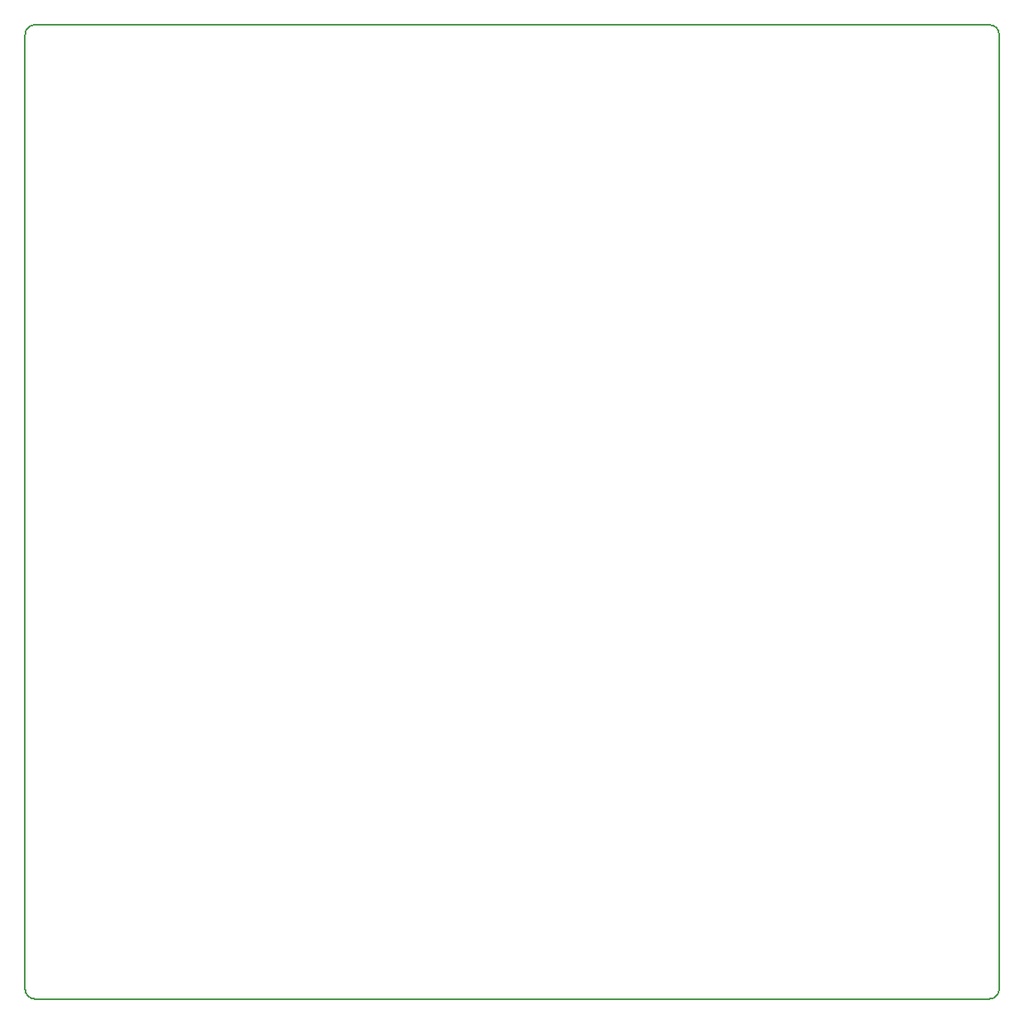
<source format=gbr>
G04 #@! TF.FileFunction,Profile,NP*
%FSLAX46Y46*%
G04 Gerber Fmt 4.6, Leading zero omitted, Abs format (unit mm)*
G04 Created by KiCad (PCBNEW 4.0.7) date 02/07/19 14:19:16*
%MOMM*%
%LPD*%
G01*
G04 APERTURE LIST*
%ADD10C,0.100000*%
%ADD11C,0.150000*%
G04 APERTURE END LIST*
D10*
D11*
X176974500Y-175958500D02*
X176974500Y-78041500D01*
X78041500Y-176974500D02*
X175958500Y-176974500D01*
X77025500Y-78041500D02*
X77025500Y-175958500D01*
X175958500Y-77025500D02*
X78041500Y-77025500D01*
X176974500Y-78041500D02*
G75*
G03X175958500Y-77025500I-1016000J0D01*
G01*
X78041500Y-77025500D02*
G75*
G03X77025500Y-78041500I0J-1016000D01*
G01*
X175958500Y-176974500D02*
G75*
G03X176974500Y-175958500I0J1016000D01*
G01*
X77025500Y-175958500D02*
G75*
G03X78041500Y-176974500I1016000J0D01*
G01*
M02*

</source>
